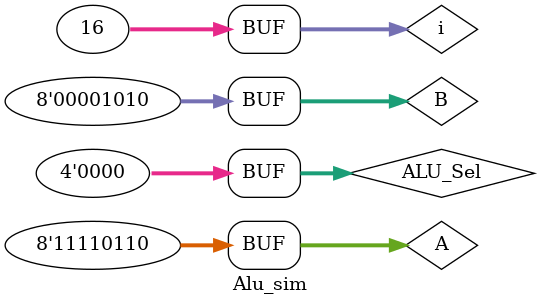
<source format=v>
`timescale 1ns / 1ps


module Alu_sim;

reg[7:0] A,B;
 reg[3:0] ALU_Sel;

//Outputs
 wire[7:0] ALU_Out;
 wire CarryOut;
 // Verilog code for ALU
 integer i;
 ALU test_unit(
            A,B,  // ALU 8-bit Inputs                 
            ALU_Sel,// ALU Selection
            ALU_Out, // ALU 8-bit Output
            CarryOut // Carry Out Flag
     );
    initial begin
    // hold reset state for 100 ns.
      A = 8'h0A;
      B = 4'h02;
      ALU_Sel = 4'h0;
      
      for (i=0;i<=15;i= i + 1)
      begin
       ALU_Sel = ALU_Sel + 8'h01;
       #30;
      end;
      
      A = 8'hF6;
      B = 8'h0A;
      
    end

endmodule

</source>
